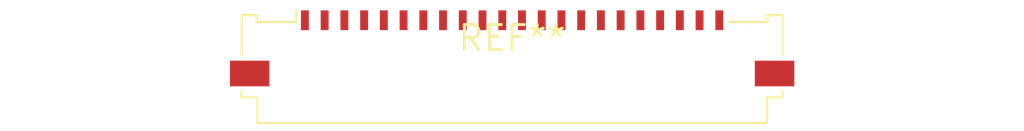
<source format=kicad_pcb>
(kicad_pcb (version 20240108) (generator pcbnew)
  (layers (0 "F.Cu" signal) (31 "B.Cu" signal) (34 "B.Paste" user) (35 "F.Paste" user) (36 "B.SilkS" user "B.Silkscreen") (37 "F.SilkS" user "F.Silkscreen") (38 "B.Mask" user) (39 "F.Mask" user) (44 "Edge.Cuts" user))
  (net 0 "")
  (footprint "Molex_200528-0220_1x22-1MP_P1.00mm_Horizontal" (layer "F.Cu") (at 0 0)
    (property "Reference" "REF**")
    (property "Value" "Molex_200528-0220_1x22-1MP_P1.00mm_Horizontal")
    (fp_line (start -13.71 -1.17) (end -13.71 0.88) (layer "F.SilkS") (stroke (width 0.12)))
    (fp_line (start -13.71 2.7) (end -13.71 3) (layer "F.SilkS") (stroke (width 0.12)))
    (fp_line (start -13.71 3) (end -12.91 3) (layer "F.SilkS") (stroke (width 0.12)))
    (fp_line (start -12.94 -1.17) (end -13.71 -1.17) (layer "F.SilkS") (stroke (width 0.12)))
    (fp_line (start -12.94 -0.82) (end -12.94 -1.17) (layer "F.SilkS") (stroke (width 0.12)))
    (fp_line (start -12.91 3) (end -12.91 4.3) (layer "F.SilkS") (stroke (width 0.12)))
    (fp_line (start -12.91 4.3) (end 12.91 4.3) (layer "F.SilkS") (stroke (width 0.12)))
    (fp_line (start -10.96 -1.41) (end -10.96 -0.82) (layer "F.SilkS") (stroke (width 0.12)))
    (fp_line (start -10.96 -0.82) (end -12.94 -0.82) (layer "F.SilkS") (stroke (width 0.12)))
    (fp_line (start 12.91 3) (end 13.71 3) (layer "F.SilkS") (stroke (width 0.12)))
    (fp_line (start 12.91 4.3) (end 12.91 3) (layer "F.SilkS") (stroke (width 0.12)))
    (fp_line (start 12.94 -1.17) (end 12.94 -0.82) (layer "F.SilkS") (stroke (width 0.12)))
    (fp_line (start 12.94 -0.82) (end 10.96 -0.82) (layer "F.SilkS") (stroke (width 0.12)))
    (fp_line (start 13.71 -1.17) (end 12.94 -1.17) (layer "F.SilkS") (stroke (width 0.12)))
    (fp_line (start 13.71 0.88) (end 13.71 -1.17) (layer "F.SilkS") (stroke (width 0.12)))
    (fp_line (start 13.71 3) (end 13.71 2.7) (layer "F.SilkS") (stroke (width 0.12)))
    (pad "1" smd rect (at -10.5 -0.91) (size 0.4 1) (layers "F.Cu" "F.Paste" "F.Mask"))
    (pad "2" smd rect (at -9.5 -0.91) (size 0.4 1) (layers "F.Cu" "F.Paste" "F.Mask"))
    (pad "3" smd rect (at -8.5 -0.91) (size 0.4 1) (layers "F.Cu" "F.Paste" "F.Mask"))
    (pad "4" smd rect (at -7.5 -0.91) (size 0.4 1) (layers "F.Cu" "F.Paste" "F.Mask"))
    (pad "5" smd rect (at -6.5 -0.91) (size 0.4 1) (layers "F.Cu" "F.Paste" "F.Mask"))
    (pad "6" smd rect (at -5.5 -0.91) (size 0.4 1) (layers "F.Cu" "F.Paste" "F.Mask"))
    (pad "7" smd rect (at -4.5 -0.91) (size 0.4 1) (layers "F.Cu" "F.Paste" "F.Mask"))
    (pad "8" smd rect (at -3.5 -0.91) (size 0.4 1) (layers "F.Cu" "F.Paste" "F.Mask"))
    (pad "9" smd rect (at -2.5 -0.91) (size 0.4 1) (layers "F.Cu" "F.Paste" "F.Mask"))
    (pad "10" smd rect (at -1.5 -0.91) (size 0.4 1) (layers "F.Cu" "F.Paste" "F.Mask"))
    (pad "11" smd rect (at -0.5 -0.91) (size 0.4 1) (layers "F.Cu" "F.Paste" "F.Mask"))
    (pad "12" smd rect (at 0.5 -0.91) (size 0.4 1) (layers "F.Cu" "F.Paste" "F.Mask"))
    (pad "13" smd rect (at 1.5 -0.91) (size 0.4 1) (layers "F.Cu" "F.Paste" "F.Mask"))
    (pad "14" smd rect (at 2.5 -0.91) (size 0.4 1) (layers "F.Cu" "F.Paste" "F.Mask"))
    (pad "15" smd rect (at 3.5 -0.91) (size 0.4 1) (layers "F.Cu" "F.Paste" "F.Mask"))
    (pad "16" smd rect (at 4.5 -0.91) (size 0.4 1) (layers "F.Cu" "F.Paste" "F.Mask"))
    (pad "17" smd rect (at 5.5 -0.91) (size 0.4 1) (layers "F.Cu" "F.Paste" "F.Mask"))
    (pad "18" smd rect (at 6.5 -0.91) (size 0.4 1) (layers "F.Cu" "F.Paste" "F.Mask"))
    (pad "19" smd rect (at 7.5 -0.91) (size 0.4 1) (layers "F.Cu" "F.Paste" "F.Mask"))
    (pad "20" smd rect (at 8.5 -0.91) (size 0.4 1) (layers "F.Cu" "F.Paste" "F.Mask"))
    (pad "21" smd rect (at 9.5 -0.91) (size 0.4 1) (layers "F.Cu" "F.Paste" "F.Mask"))
    (pad "22" smd rect (at 10.5 -0.91) (size 0.4 1) (layers "F.Cu" "F.Paste" "F.Mask"))
    (pad "MP" smd rect (at -13.3 1.79) (size 2 1.3) (layers "F.Cu" "F.Paste" "F.Mask"))
    (pad "MP" smd rect (at 13.3 1.79) (size 2 1.3) (layers "F.Cu" "F.Paste" "F.Mask"))
  )
)
</source>
